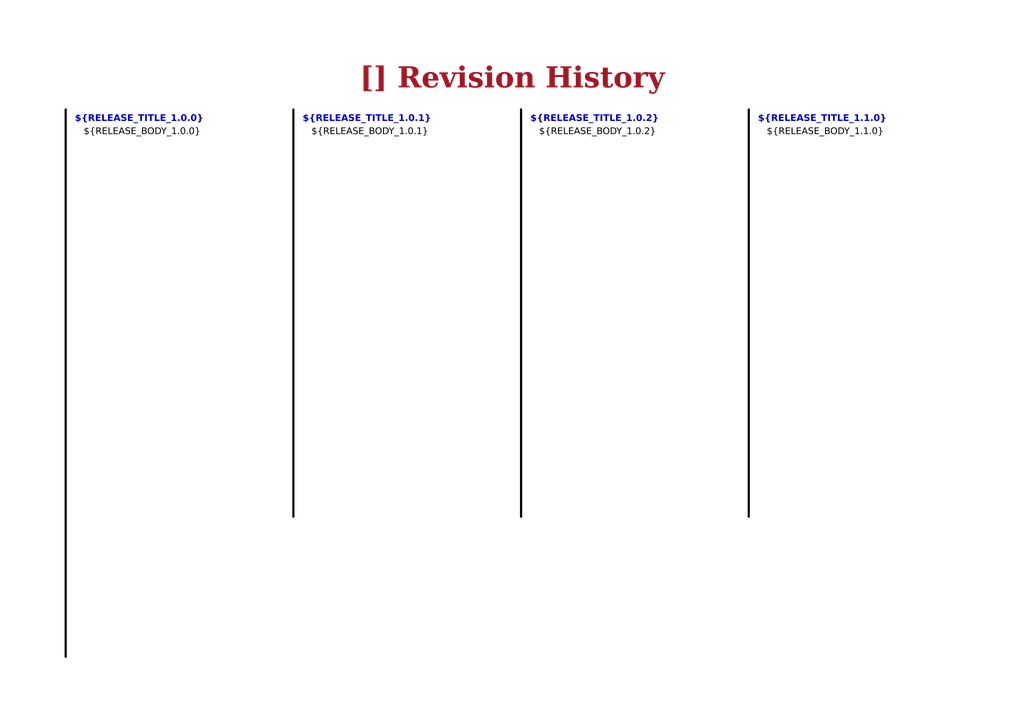
<source format=kicad_sch>
(kicad_sch
	(version 20250114)
	(generator "eeschema")
	(generator_version "9.0")
	(uuid "ea8c4f5e-7a49-4faf-a994-dbc85ed86b0a")
	(paper "A4")
	(title_block
		(title "Revision History")
		(date "2025-01-12")
		(rev "${REVISION}")
		(company "${COMPANY}")
	)
	(lib_symbols)
	(text_box "${RELEASE_BODY_1.1.0}"
		(exclude_from_sim no)
		(at 220.98 35.56 0)
		(size 58.42 111.76)
		(margins 1.4287 1.4287 1.4287 1.4287)
		(stroke
			(width -0.0001)
			(type default)
		)
		(fill
			(type none)
		)
		(effects
			(font
				(face "Arial")
				(size 1.905 1.905)
				(color 0 0 0 1)
			)
			(justify left top)
		)
		(uuid "0c062e2b-2be1-4307-b752-045c211787f4")
	)
	(text_box "[${#}] ${TITLE}"
		(exclude_from_sim no)
		(at 80.01 16.51 0)
		(size 137.16 12.7)
		(margins 4.4999 4.4999 4.4999 4.4999)
		(stroke
			(width -0.0001)
			(type default)
		)
		(fill
			(type none)
		)
		(effects
			(font
				(face "Times New Roman")
				(size 6 6)
				(thickness 1.2)
				(bold yes)
				(color 162 22 34 1)
			)
		)
		(uuid "20a0a094-ac98-46df-bdac-21d5721f7697")
	)
	(text_box "${RELEASE_BODY_1.0.0}"
		(exclude_from_sim no)
		(at 22.86 35.56 0)
		(size 58.42 146.05)
		(margins 1.4287 1.4287 1.4287 1.4287)
		(stroke
			(width -0.0001)
			(type default)
		)
		(fill
			(type none)
		)
		(effects
			(font
				(face "Arial")
				(size 1.905 1.905)
				(color 0 0 0 1)
			)
			(justify left top)
		)
		(uuid "212b625e-4169-46f2-a2fc-afc6cbef07cd")
	)
	(text_box "${RELEASE_TITLE_1.0.2}"
		(exclude_from_sim no)
		(at 152.4 31.75 0)
		(size 57.15 7.62)
		(margins 1.4287 1.4287 1.4287 1.4287)
		(stroke
			(width -0.0001)
			(type default)
		)
		(fill
			(type none)
		)
		(effects
			(font
				(face "Arial")
				(size 1.905 1.905)
				(thickness 0.254)
				(bold yes)
			)
			(justify left top)
		)
		(uuid "61447e65-3862-4ca7-a61e-5d8506cb38bb")
	)
	(text_box "${RELEASE_BODY_1.0.2}"
		(exclude_from_sim no)
		(at 154.94 35.56 0)
		(size 58.42 111.76)
		(margins 1.4287 1.4287 1.4287 1.4287)
		(stroke
			(width -0.0001)
			(type default)
		)
		(fill
			(type none)
		)
		(effects
			(font
				(face "Arial")
				(size 1.905 1.905)
				(color 0 0 0 1)
			)
			(justify left top)
		)
		(uuid "8ad0acb7-8a2e-40a2-87c7-888a93359ccd")
	)
	(text_box "${RELEASE_BODY_1.0.1}"
		(exclude_from_sim no)
		(at 88.9 35.56 0)
		(size 57.15 105.41)
		(margins 1.4287 1.4287 1.4287 1.4287)
		(stroke
			(width -0.0001)
			(type default)
		)
		(fill
			(type none)
		)
		(effects
			(font
				(face "Arial")
				(size 1.905 1.905)
				(color 0 0 0 1)
			)
			(justify left top)
		)
		(uuid "9af8400a-3034-4071-a364-608020db49d5")
	)
	(text_box "${RELEASE_TITLE_1.0.0}"
		(exclude_from_sim no)
		(at 20.32 31.75 0)
		(size 57.15 7.62)
		(margins 1.4287 1.4287 1.4287 1.4287)
		(stroke
			(width -0.0001)
			(type default)
		)
		(fill
			(type none)
		)
		(effects
			(font
				(face "Arial")
				(size 1.905 1.905)
				(thickness 0.254)
				(bold yes)
			)
			(justify left top)
		)
		(uuid "d183a6b7-e8a2-46ec-8c3c-ec3041423bc1")
	)
	(text_box "${RELEASE_TITLE_1.0.1}"
		(exclude_from_sim no)
		(at 86.36 31.75 0)
		(size 57.15 7.62)
		(margins 1.4287 1.4287 1.4287 1.4287)
		(stroke
			(width -0.0001)
			(type default)
		)
		(fill
			(type none)
		)
		(effects
			(font
				(face "Arial")
				(size 1.905 1.905)
				(thickness 0.254)
				(bold yes)
			)
			(justify left top)
		)
		(uuid "ed7f1ff6-56f6-4427-ab7f-2ffe27717c3d")
	)
	(text_box "${RELEASE_TITLE_1.1.0}"
		(exclude_from_sim no)
		(at 218.44 31.75 0)
		(size 57.15 7.62)
		(margins 1.4287 1.4287 1.4287 1.4287)
		(stroke
			(width -0.0001)
			(type default)
		)
		(fill
			(type none)
		)
		(effects
			(font
				(face "Arial")
				(size 1.905 1.905)
				(thickness 0.254)
				(bold yes)
			)
			(justify left top)
		)
		(uuid "f47af890-f55a-44bf-b54f-b7df3adde008")
	)
	(polyline
		(pts
			(xy 85.09 31.75) (xy 85.09 149.86)
		)
		(stroke
			(width 0.635)
			(type default)
			(color 0 0 0 1)
		)
		(uuid "5f29c90a-4bd5-401c-a0f6-a99df09914f4")
	)
	(polyline
		(pts
			(xy 151.13 31.75) (xy 151.13 149.86)
		)
		(stroke
			(width 0.635)
			(type default)
			(color 0 0 0 1)
		)
		(uuid "a6b610d4-f09b-4d6e-ac67-0bb3d0e09fbe")
	)
	(polyline
		(pts
			(xy 19.05 31.75) (xy 19.05 190.5)
		)
		(stroke
			(width 0.635)
			(type default)
			(color 0 0 0 1)
		)
		(uuid "d98bd22a-837a-4b14-b8b1-ecc667696c58")
	)
	(polyline
		(pts
			(xy 217.17 31.75) (xy 217.17 149.86)
		)
		(stroke
			(width 0.635)
			(type default)
			(color 0 0 0 1)
		)
		(uuid "fe21cbb6-f53c-41a1-bc1c-520e82f71f78")
	)
)

</source>
